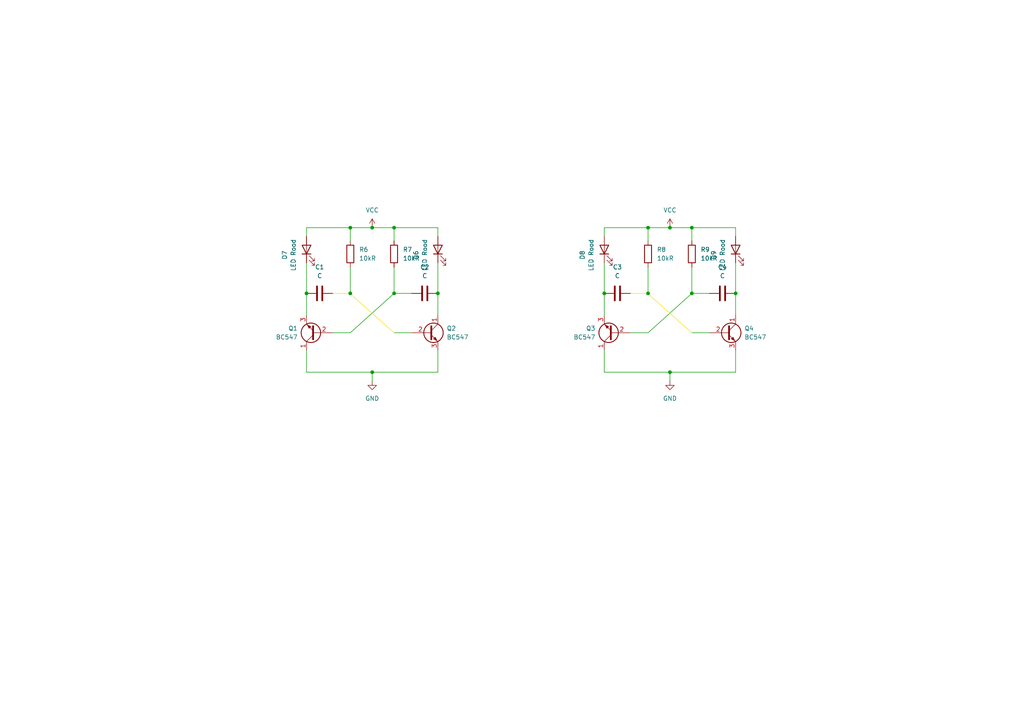
<source format=kicad_sch>
(kicad_sch (version 20230121) (generator eeschema)
  (paper "A4")
  (lib_symbols
    (symbol "Device:C" (pin_numbers hide) (pin_names (offset 0.254))
      (property "Reference" "C" (at 0.635 2.54 0))
      (property "Value" "C" (at 0.635 -2.54 0))
      (symbol "C_0_1"
        (polyline (pts (xy -2.032 -0.762) (xy 2.032 -0.762)) (stroke (width 0.508)))
        (polyline (pts (xy -2.032 0.762) (xy 2.032 0.762)) (stroke (width 0.508)))
      )
      (symbol "C_1_1"
        (pin passive line (at 0 3.81 270) (length 2.794) (name "~") (number "1"))
        (pin passive line (at 0 -3.81 90) (length 2.794) (name "~") (number "2"))
      )
    )
    (symbol "Device:LED" (pin_numbers hide) (pin_names (offset 1.016) hide)
      (property "Reference" "D" (at 0 2.54 0))
      (property "Value" "LED" (at 0 -2.54 0))
      (symbol "LED_0_1"
        (polyline (pts (xy -1.27 -1.27) (xy -1.27 1.27)) (stroke (width 0.254)))
        (polyline (pts (xy -1.27 0) (xy 1.27 0)))
        (polyline (pts (xy 1.27 -1.27) (xy 1.27 1.27) (xy -1.27 0) (xy 1.27 -1.27)) (stroke (width 0.254)))
        (polyline (pts (xy -3.048 -0.762) (xy -4.572 -2.286) (xy -3.81 -2.286) (xy -4.572 -2.286) (xy -4.572 -1.524)))
        (polyline (pts (xy -1.778 -0.762) (xy -3.302 -2.286) (xy -2.54 -2.286) (xy -3.302 -2.286) (xy -3.302 -1.524)))
      )
      (symbol "LED_1_1"
        (pin passive line (at -3.81 0 0) (length 2.54) (name "K") (number "1"))
        (pin passive line (at 3.81 0 180) (length 2.54) (name "A") (number "2"))
      )
    )
    (symbol "Device:R" (pin_numbers hide) (pin_names (offset 0))
      (property "Reference" "R" (at 2.032 0 90))
      (property "Value" "R" (at 0 0 90))
      (symbol "R_0_1"
        (rectangle (start -1.016 -2.54) (end 1.016 2.54) (stroke (width 0.254)))
      )
      (symbol "R_1_1"
        (pin passive line (at 0 3.81 270) (length 1.27) (name "~") (number "1"))
        (pin passive line (at 0 -3.81 90) (length 1.27) (name "~") (number "2"))
      )
    )
    (symbol "Transistor_BJT:BC547" (pin_names (offset 0) hide)
      (property "Reference" "Q" (at 5.08 1.905 0))
      (property "Value" "BC547" (at 5.08 0 0))
      (symbol "BC547_0_1"
        (polyline (pts (xy 0 0) (xy 0.635 0)))
        (polyline (pts (xy 0.635 0.635) (xy 2.54 2.54)))
        (polyline (pts (xy 0.635 -0.635) (xy 2.54 -2.54) (xy 2.54 -2.54)))
        (polyline (pts (xy 0.635 1.905) (xy 0.635 -1.905) (xy 0.635 -1.905)) (stroke (width 0.508)))
        (polyline (pts (xy 1.27 -1.778) (xy 1.778 -1.27) (xy 2.286 -2.286) (xy 1.27 -1.778) (xy 1.27 -1.778)) (fill (type outline)))
        (circle (center 1.27 0) (radius 2.8194) (stroke (width 0.254)))
      )
      (symbol "BC547_1_1"
        (pin passive line (at 2.54 5.08 270) (length 2.54) (name "C") (number "1"))
        (pin input line (at -5.08 0 0) (length 5.08) (name "B") (number "2"))
        (pin passive line (at 2.54 -5.08 90) (length 2.54) (name "E") (number "3"))
      )
    )
    (symbol "power:GND" (power) (pin_names (offset 0))
      (property "Value" "GND" (at 0 -3.81 0))
      (symbol "GND_0_1"
        (polyline (pts (xy 0 0) (xy 0 -1.27) (xy 1.27 -1.27) (xy 0 -2.54) (xy -1.27 -1.27) (xy 0 -1.27)))
      )
      (symbol "GND_1_1"
        (pin power_in line (at 0 0 270) (length 0) hide (name "GND") (number "1"))
      )
    )
    (symbol "power:VCC" (power) (pin_names (offset 0))
      (property "Value" "VCC" (at 0 3.81 0))
      (symbol "VCC_0_1"
        (polyline (pts (xy -0.762 1.27) (xy 0 2.54)))
        (polyline (pts (xy 0 0) (xy 0 2.54)))
        (polyline (pts (xy 0 2.54) (xy 0.762 1.27)))
      )
      (symbol "VCC_1_1"
        (pin power_in line (at 0 0 90) (length 0) hide (name "VCC") (number "1"))
      )
    )
  )
  (junction (at 107.95 66.04))
  (junction (at 187.96 66.04))
  (junction (at 200.66 66.04))
  (junction (at 213.36 85.09))
  (junction (at 114.3 66.04))
  (junction (at 200.66 85.09))
  (junction (at 175.26 85.09))
  (junction (at 88.9 85.09))
  (junction (at 187.96 85.09))
  (junction (at 107.95 107.95))
  (junction (at 114.3 85.09))
  (junction (at 194.31 107.95))
  (junction (at 101.6 66.04))
  (junction (at 101.6 85.09))
  (junction (at 127 85.09))
  (junction (at 194.31 66.04))
  (wire (pts (xy 213.36 101.6) (xy 213.36 107.95)))
  (wire (pts (xy 88.9 107.95) (xy 107.95 107.95)))
  (wire (pts (xy 175.26 68.58) (xy 175.26 66.04)))
  (wire (pts (xy 194.31 107.95) (xy 194.31 110.49)))
  (wire (pts (xy 182.88 85.09) (xy 187.96 85.09)) (stroke (width 0) (color 255 221 4 1)))
  (wire (pts (xy 127 76.2) (xy 127 85.09)))
  (wire (pts (xy 187.96 96.52) (xy 200.66 85.09)))
  (wire (pts (xy 114.3 66.04) (xy 107.95 66.04)))
  (wire (pts (xy 101.6 66.04) (xy 101.6 69.85)))
  (wire (pts (xy 88.9 68.58) (xy 88.9 66.04)))
  (wire (pts (xy 182.88 96.52) (xy 187.96 96.52)))
  (wire (pts (xy 101.6 96.52) (xy 114.3 85.09)))
  (wire (pts (xy 96.52 85.09) (xy 101.6 85.09)) (stroke (width 0) (color 255 221 4 1)))
  (wire (pts (xy 96.52 96.52) (xy 101.6 96.52)))
  (wire (pts (xy 213.36 91.44) (xy 213.36 85.09)))
  (wire (pts (xy 127 91.44) (xy 127 85.09)))
  (wire (pts (xy 107.95 66.04) (xy 101.6 66.04)))
  (wire (pts (xy 200.66 85.09) (xy 205.74 85.09)))
  (wire (pts (xy 200.66 96.52) (xy 205.74 96.52)))
  (wire (pts (xy 175.26 107.95) (xy 194.31 107.95)))
  (wire (pts (xy 102.87 86.36) (xy 114.3 96.52)) (stroke (width 0) (color 255 221 4 1)))
  (wire (pts (xy 213.36 68.58) (xy 213.36 66.04)))
  (wire (pts (xy 194.31 66.04) (xy 187.96 66.04)))
  (wire (pts (xy 88.9 101.6) (xy 88.9 107.95)))
  (wire (pts (xy 127 107.95) (xy 107.95 107.95)))
  (wire (pts (xy 200.66 66.04) (xy 200.66 69.85)))
  (wire (pts (xy 127 101.6) (xy 127 107.95)))
  (wire (pts (xy 213.36 76.2) (xy 213.36 85.09)))
  (wire (pts (xy 189.23 86.36) (xy 200.66 96.52)) (stroke (width 0) (color 255 221 4 1)))
  (wire (pts (xy 114.3 85.09) (xy 119.38 85.09)))
  (wire (pts (xy 200.66 66.04) (xy 194.31 66.04)))
  (wire (pts (xy 175.26 76.2) (xy 175.26 85.09)))
  (wire (pts (xy 107.95 107.95) (xy 107.95 110.49)))
  (wire (pts (xy 88.9 66.04) (xy 101.6 66.04)))
  (wire (pts (xy 127 68.58) (xy 127 66.04)))
  (wire (pts (xy 101.6 85.09) (xy 102.87 86.36)) (stroke (width 0) (color 255 221 4 1)))
  (wire (pts (xy 88.9 76.2) (xy 88.9 85.09)))
  (wire (pts (xy 114.3 77.47) (xy 114.3 85.09)))
  (wire (pts (xy 213.36 107.95) (xy 194.31 107.95)))
  (wire (pts (xy 187.96 66.04) (xy 187.96 69.85)))
  (wire (pts (xy 200.66 77.47) (xy 200.66 85.09)))
  (wire (pts (xy 213.36 66.04) (xy 200.66 66.04)))
  (wire (pts (xy 127 66.04) (xy 114.3 66.04)))
  (wire (pts (xy 175.26 85.09) (xy 175.26 91.44)))
  (wire (pts (xy 175.26 66.04) (xy 187.96 66.04)))
  (wire (pts (xy 88.9 85.09) (xy 88.9 91.44)))
  (wire (pts (xy 114.3 96.52) (xy 119.38 96.52)))
  (wire (pts (xy 114.3 66.04) (xy 114.3 69.85)))
  (wire (pts (xy 175.26 101.6) (xy 175.26 107.95)))
  (wire (pts (xy 187.96 85.09) (xy 189.23 86.36)) (stroke (width 0) (color 255 221 4 1)))
  (wire (pts (xy 101.6 77.47) (xy 101.6 85.09)))
  (wire (pts (xy 187.96 77.47) (xy 187.96 85.09)))
  (rectangle (start 214.63 76.2) (end 214.63 76.2))
  (rectangle (start 128.27 76.2) (end 128.27 76.2))
  (symbol (lib_id "power:VCC") (at 107.95 66.04 0) (unit 1)
    (property "Reference" "#PWR06" (effects hide))
    (property "Value" "VCC" (at 107.95 60.96 0))
    (instances (project "Brug sketches" (path "" (reference "#PWR06") (unit 1)) (path "" (reference "#PWR023") (unit 1))))
  )
  (symbol (lib_id "Device:C") (at 209.55 85.09 90) (unit 1)
    (property "Reference" "C4" (at 209.55 77.47 90))
    (property "Value" "C" (at 209.55 80.01 90))
    (instances (project "Brug sketches" (path "" (reference "C4") (unit 1)) (path "" (reference "C8") (unit 1))))
  )
  (symbol (lib_id "Device:R") (at 187.96 73.66 180) (unit 1)
    (property "Reference" "R8" (at 190.5 72.39 0) (effects (justify right)))
    (property "Value" "10kR" (at 190.5 74.93 0) (effects (justify right)))
    (instances (project "Brug sketches" (path "" (reference "R8") (unit 1)) (path "" (reference "R17") (unit 1))))
  )
  (symbol (lib_id "Transistor_BJT:BC547") (at 177.8 96.52 180) (unit 1)
    (property "Reference" "Q3" (at 172.72 95.25 0) (effects (justify left)))
    (property "Value" "BC547" (at 172.72 97.79 0) (effects (justify left)))
    (property "Footprint" "Package_TO_SOT_THT:TO-92_Inline" (effects hide))
    (property "Datasheet" "https://www.onsemi.com/pub/Collateral/BC550-D.pdf" (effects hide))
    (instances (project "Brug sketches" (path "" (reference "Q3") (unit 1)) (path "" (reference "Q11") (unit 1))))
  )
  (symbol (lib_id "power:GND") (at 194.31 110.49 0) (unit 1)
    (property "Reference" "#PWR04" (effects hide))
    (property "Value" "GND" (at 194.31 115.57 0))
    (instances (project "Brug sketches" (path "" (reference "#PWR04") (unit 1)) (path "" (reference "#PWR026") (unit 1))))
  )
  (symbol (lib_id "Device:LED") (at 127 72.39 90) (unit 1)
    (property "Reference" "D6" (at 120.65 73.9775 0))
    (property "Value" "LED Rood" (at 123.19 73.9775 0))
    (instances (project "Brug sketches" (path "" (reference "D6") (unit 1)) (path "" (reference "D16") (unit 1))))
  )
  (symbol (lib_id "Device:LED") (at 213.36 72.39 90) (unit 1)
    (property "Reference" "D9" (at 207.01 73.9775 0))
    (property "Value" "LED Rood" (at 209.55 73.9775 0))
    (instances (project "Brug sketches" (path "" (reference "D9") (unit 1)) (path "" (reference "D18") (unit 1))))
  )
  (symbol (lib_id "Device:R") (at 101.6 73.66 180) (unit 1)
    (property "Reference" "R6" (at 104.14 72.39 0) (effects (justify right)))
    (property "Value" "10kR" (at 104.14 74.93 0) (effects (justify right)))
    (instances (project "Brug sketches" (path "" (reference "R6") (unit 1)) (path "" (reference "R15") (unit 1))))
  )
  (symbol (lib_id "Device:C") (at 179.07 85.09 90) (unit 1)
    (property "Reference" "C3" (at 179.07 77.47 90))
    (property "Value" "C" (at 179.07 80.01 90))
    (instances (project "Brug sketches" (path "" (reference "C3") (unit 1)) (path "" (reference "C7") (unit 1))))
  )
  (symbol (lib_id "Transistor_BJT:BC547") (at 124.46 96.52 0) (unit 1)
    (property "Reference" "Q2" (at 129.54 95.25 0) (effects (justify left)))
    (property "Value" "BC547" (at 129.54 97.79 0) (effects (justify left)))
    (property "Footprint" "Package_TO_SOT_THT:TO-92_Inline" (effects hide))
    (property "Datasheet" "https://www.onsemi.com/pub/Collateral/BC550-D.pdf" (effects hide))
    (instances (project "Brug sketches" (path "" (reference "Q2") (unit 1)) (path "" (reference "Q10") (unit 1))))
  )
  (symbol (lib_id "power:GND") (at 107.95 110.49 0) (unit 1)
    (property "Reference" "#PWR05" (effects hide))
    (property "Value" "GND" (at 107.95 115.57 0))
    (instances (project "Brug sketches" (path "" (reference "#PWR05") (unit 1)) (path "" (reference "#PWR024") (unit 1))))
  )
  (symbol (lib_id "Transistor_BJT:BC547") (at 210.82 96.52 0) (unit 1)
    (property "Reference" "Q4" (at 215.9 95.25 0) (effects (justify left)))
    (property "Value" "BC547" (at 215.9 97.79 0) (effects (justify left)))
    (property "Footprint" "Package_TO_SOT_THT:TO-92_Inline" (effects hide))
    (property "Datasheet" "https://www.onsemi.com/pub/Collateral/BC550-D.pdf" (effects hide))
    (instances (project "Brug sketches" (path "" (reference "Q4") (unit 1)) (path "" (reference "Q12") (unit 1))))
  )
  (symbol (lib_id "Transistor_BJT:BC547") (at 91.44 96.52 180) (unit 1)
    (property "Reference" "Q1" (at 86.36 95.25 0) (effects (justify left)))
    (property "Value" "BC547" (at 86.36 97.79 0) (effects (justify left)))
    (property "Footprint" "Package_TO_SOT_THT:TO-92_Inline" (effects hide))
    (property "Datasheet" "https://www.onsemi.com/pub/Collateral/BC550-D.pdf" (effects hide))
    (instances (project "Brug sketches" (path "" (reference "Q1") (unit 1)) (path "" (reference "Q9") (unit 1))))
  )
  (symbol (lib_id "Device:LED") (at 175.26 72.39 90) (unit 1)
    (property "Reference" "D8" (at 168.91 73.9775 0))
    (property "Value" "LED Rood" (at 171.45 73.9775 0))
    (instances (project "Brug sketches" (path "" (reference "D8") (unit 1)) (path "" (reference "D17") (unit 1))))
  )
  (symbol (lib_id "Device:C") (at 123.19 85.09 90) (unit 1)
    (property "Reference" "C2" (at 123.19 77.47 90))
    (property "Value" "C" (at 123.19 80.01 90))
    (instances (project "Brug sketches" (path "" (reference "C2") (unit 1)) (path "" (reference "C6") (unit 1))))
  )
  (symbol (lib_id "Device:LED") (at 88.9 72.39 90) (unit 1)
    (property "Reference" "D7" (at 82.55 73.9775 0))
    (property "Value" "LED Rood" (at 85.09 73.9775 0))
    (instances (project "Brug sketches" (path "" (reference "D7") (unit 1)) (path "" (reference "D15") (unit 1))))
  )
  (symbol (lib_id "Device:R") (at 114.3 73.66 0) (unit 1)
    (property "Reference" "R7" (at 116.84 72.39 0) (effects (justify left)))
    (property "Value" "10kR" (at 116.84 74.93 0) (effects (justify left)))
    (instances (project "Brug sketches" (path "" (reference "R7") (unit 1)) (path "" (reference "R16") (unit 1))))
  )
  (symbol (lib_id "Device:C") (at 92.71 85.09 90) (unit 1)
    (property "Reference" "C1" (at 92.71 77.47 90))
    (property "Value" "C" (at 92.71 80.01 90))
    (instances (project "Brug sketches" (path "" (reference "C1") (unit 1)) (path "" (reference "C5") (unit 1))))
  )
  (symbol (lib_id "power:VCC") (at 194.31 66.04 0) (unit 1)
    (property "Reference" "#PWR07" (effects hide))
    (property "Value" "VCC" (at 194.31 60.96 0))
    (instances (project "Brug sketches" (path "" (reference "#PWR07") (unit 1)) (path "" (reference "#PWR025") (unit 1))))
  )
  (symbol (lib_id "Device:R") (at 200.66 73.66 0) (unit 1)
    (property "Reference" "R9" (at 203.2 72.39 0) (effects (justify left)))
    (property "Value" "10kR" (at 203.2 74.93 0) (effects (justify left)))
    (instances (project "Brug sketches" (path "" (reference "R9") (unit 1)) (path "" (reference "R18") (unit 1))))
  )
)
</source>
